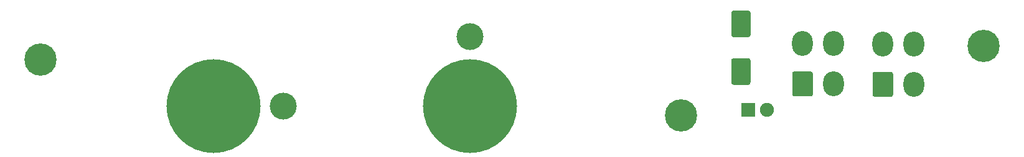
<source format=gbr>
%TF.GenerationSoftware,KiCad,Pcbnew,(5.1.6)-1*%
%TF.CreationDate,2021-08-25T12:57:47+10:00*%
%TF.ProjectId,HUD VID RCD Panel PCB V2,48554420-5649-4442-9052-43442050616e,rev?*%
%TF.SameCoordinates,Original*%
%TF.FileFunction,Soldermask,Bot*%
%TF.FilePolarity,Negative*%
%FSLAX46Y46*%
G04 Gerber Fmt 4.6, Leading zero omitted, Abs format (unit mm)*
G04 Created by KiCad (PCBNEW (5.1.6)-1) date 2021-08-25 12:57:47*
%MOMM*%
%LPD*%
G01*
G04 APERTURE LIST*
%ADD10C,4.400000*%
%ADD11O,2.800000X3.400000*%
%ADD12C,12.800000*%
%ADD13C,3.672000*%
%ADD14C,1.900000*%
%ADD15R,1.900000X1.900000*%
G04 APERTURE END LIST*
D10*
%TO.C,REF\u002A\u002A*%
X84074000Y-76073000D03*
%TD*%
%TO.C,REF\u002A\u002A*%
X171196000Y-83693000D03*
%TD*%
%TO.C,REF\u002A\u002A*%
X212344000Y-74168000D03*
%TD*%
D11*
%TO.C,J1*%
X202819000Y-73914000D03*
X198619000Y-73914000D03*
X202819000Y-79414000D03*
G36*
G01*
X197219000Y-80853600D02*
X197219000Y-77974400D01*
G75*
G02*
X197479400Y-77714000I260400J0D01*
G01*
X199758600Y-77714000D01*
G75*
G02*
X200019000Y-77974400I0J-260400D01*
G01*
X200019000Y-80853600D01*
G75*
G02*
X199758600Y-81114000I-260400J0D01*
G01*
X197479400Y-81114000D01*
G75*
G02*
X197219000Y-80853600I0J260400D01*
G01*
G37*
%TD*%
D12*
%TO.C,REF\u002A\u002A*%
X107569000Y-82423000D03*
X107569000Y-82423000D03*
D13*
X117094000Y-82423000D03*
%TD*%
D12*
%TO.C,REF\u002A\u002A*%
X142494000Y-82423000D03*
X142494000Y-82423000D03*
D13*
X142494000Y-72898000D03*
%TD*%
D11*
%TO.C,J2*%
X191906000Y-73875000D03*
X187706000Y-73875000D03*
X191906000Y-79375000D03*
G36*
G01*
X186306000Y-80814600D02*
X186306000Y-77935400D01*
G75*
G02*
X186566400Y-77675000I260400J0D01*
G01*
X188845600Y-77675000D01*
G75*
G02*
X189106000Y-77935400I0J-260400D01*
G01*
X189106000Y-80814600D01*
G75*
G02*
X188845600Y-81075000I-260400J0D01*
G01*
X186566400Y-81075000D01*
G75*
G02*
X186306000Y-80814600I0J260400D01*
G01*
G37*
%TD*%
D14*
%TO.C,D17*%
X182880000Y-82931000D03*
D15*
X180340000Y-82931000D03*
%TD*%
%TO.C,C1*%
G36*
G01*
X180364000Y-72972000D02*
X178284000Y-72972000D01*
G75*
G02*
X178024000Y-72712000I0J260000D01*
G01*
X178024000Y-69632000D01*
G75*
G02*
X178284000Y-69372000I260000J0D01*
G01*
X180364000Y-69372000D01*
G75*
G02*
X180624000Y-69632000I0J-260000D01*
G01*
X180624000Y-72712000D01*
G75*
G02*
X180364000Y-72972000I-260000J0D01*
G01*
G37*
G36*
G01*
X180364000Y-79472000D02*
X178284000Y-79472000D01*
G75*
G02*
X178024000Y-79212000I0J260000D01*
G01*
X178024000Y-76132000D01*
G75*
G02*
X178284000Y-75872000I260000J0D01*
G01*
X180364000Y-75872000D01*
G75*
G02*
X180624000Y-76132000I0J-260000D01*
G01*
X180624000Y-79212000D01*
G75*
G02*
X180364000Y-79472000I-260000J0D01*
G01*
G37*
%TD*%
M02*

</source>
